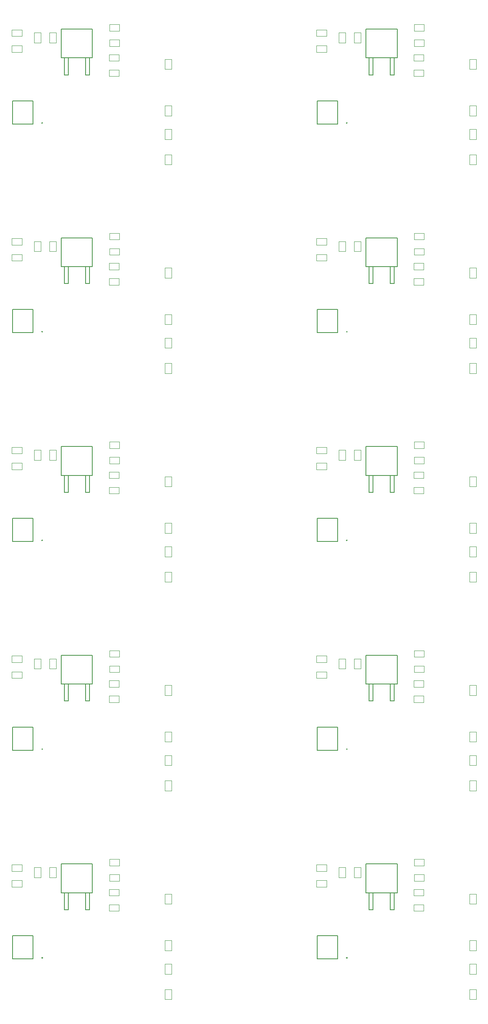
<source format=gbr>
%TF.GenerationSoftware,Altium Limited,Altium Designer,23.9.2 (47)*%
G04 Layer_Color=16711935*
%FSLAX45Y45*%
%MOMM*%
%TF.SameCoordinates,AD479AB8-1AF9-481E-9C01-A3E3F564F201*%
%TF.FilePolarity,Positive*%
%TF.FileFunction,Other,Mechanical_13*%
%TF.Part,CustomerPanel*%
G01*
G75*
%TA.AperFunction,NonConductor*%
%ADD48C,0.20000*%
%ADD50C,0.12700*%
%ADD53C,0.15240*%
%ADD54C,0.10000*%
D48*
X9738100Y9780100D02*
G03*
X9738100Y9780100I-10000J0D01*
G01*
X16308701D02*
G03*
X16308701Y9780100I-10000J0D01*
G01*
X9738100Y14280600D02*
G03*
X9738100Y14280600I-10000J0D01*
G01*
X16308701D02*
G03*
X16308701Y14280600I-10000J0D01*
G01*
X9738100Y18781100D02*
G03*
X9738100Y18781100I-10000J0D01*
G01*
X16308701D02*
G03*
X16308701Y18781100I-10000J0D01*
G01*
X9738100Y23281599D02*
G03*
X9738100Y23281599I-10000J0D01*
G01*
X16308701D02*
G03*
X16308701Y23281599I-10000J0D01*
G01*
X9738100Y27782101D02*
G03*
X9738100Y27782101I-10000J0D01*
G01*
X16308701D02*
G03*
X16308701Y27782101I-10000J0D01*
G01*
D50*
X9089100Y9757600D02*
Y10257600D01*
X9529100Y9757600D02*
Y10257600D01*
X9089100D02*
X9529100D01*
X9089100Y9757600D02*
X9529100D01*
X15659700D02*
Y10257600D01*
X16099699Y9757600D02*
Y10257600D01*
X15659700D02*
X16099699D01*
X15659700Y9757600D02*
X16099699D01*
X9089100Y14258099D02*
Y14758099D01*
X9529100Y14258099D02*
Y14758099D01*
X9089100D02*
X9529100D01*
X9089100Y14258099D02*
X9529100D01*
X15659700D02*
Y14758099D01*
X16099699Y14258099D02*
Y14758099D01*
X15659700D02*
X16099699D01*
X15659700Y14258099D02*
X16099699D01*
X9089100Y18758600D02*
Y19258600D01*
X9529100Y18758600D02*
Y19258600D01*
X9089100D02*
X9529100D01*
X9089100Y18758600D02*
X9529100D01*
X15659700D02*
Y19258600D01*
X16099699Y18758600D02*
Y19258600D01*
X15659700D02*
X16099699D01*
X15659700Y18758600D02*
X16099699D01*
X9089100Y23259100D02*
Y23759100D01*
X9529100Y23259100D02*
Y23759100D01*
X9089100D02*
X9529100D01*
X9089100Y23259100D02*
X9529100D01*
X15659700D02*
Y23759100D01*
X16099699Y23259100D02*
Y23759100D01*
X15659700D02*
X16099699D01*
X15659700Y23259100D02*
X16099699D01*
X9089100Y27759601D02*
Y28259601D01*
X9529100Y27759601D02*
Y28259601D01*
X9089100D02*
X9529100D01*
X9089100Y27759601D02*
X9529100D01*
X15659700D02*
Y28259601D01*
X16099699Y27759601D02*
Y28259601D01*
X15659700D02*
X16099699D01*
X15659700Y27759601D02*
X16099699D01*
D53*
X10142220Y11183620D02*
Y11803380D01*
X10812780D01*
Y11183620D02*
Y11803380D01*
X10142220Y11183620D02*
X10812780D01*
X10746740Y10817860D02*
Y11183620D01*
X10662920Y10817860D02*
X10746740D01*
X10662920D02*
Y11183620D01*
X10746740D01*
X10292080Y10817860D02*
Y11183620D01*
X10208260Y10817860D02*
X10292080D01*
X10208260D02*
Y11183620D01*
X10292080D01*
X16712820D02*
Y11803380D01*
X17383380D01*
Y11183620D02*
Y11803380D01*
X16712820Y11183620D02*
X17383380D01*
X17317340Y10817860D02*
Y11183620D01*
X17233521Y10817860D02*
X17317340D01*
X17233521D02*
Y11183620D01*
X17317340D01*
X16862680Y10817860D02*
Y11183620D01*
X16778860Y10817860D02*
X16862680D01*
X16778860D02*
Y11183620D01*
X16862680D01*
X10142220Y15684120D02*
Y16303880D01*
X10812780D01*
Y15684120D02*
Y16303880D01*
X10142220Y15684120D02*
X10812780D01*
X10746740Y15318359D02*
Y15684120D01*
X10662920Y15318359D02*
X10746740D01*
X10662920D02*
Y15684120D01*
X10746740D01*
X10292080Y15318359D02*
Y15684120D01*
X10208260Y15318359D02*
X10292080D01*
X10208260D02*
Y15684120D01*
X10292080D01*
X16712820D02*
Y16303880D01*
X17383380D01*
Y15684120D02*
Y16303880D01*
X16712820Y15684120D02*
X17383380D01*
X17317340Y15318359D02*
Y15684120D01*
X17233521Y15318359D02*
X17317340D01*
X17233521D02*
Y15684120D01*
X17317340D01*
X16862680Y15318359D02*
Y15684120D01*
X16778860Y15318359D02*
X16862680D01*
X16778860D02*
Y15684120D01*
X16862680D01*
X10142220Y20184621D02*
Y20804379D01*
X10812780D01*
Y20184621D02*
Y20804379D01*
X10142220Y20184621D02*
X10812780D01*
X10746740Y19818860D02*
Y20184621D01*
X10662920Y19818860D02*
X10746740D01*
X10662920D02*
Y20184621D01*
X10746740D01*
X10292080Y19818860D02*
Y20184621D01*
X10208260Y19818860D02*
X10292080D01*
X10208260D02*
Y20184621D01*
X10292080D01*
X16712820D02*
Y20804379D01*
X17383380D01*
Y20184621D02*
Y20804379D01*
X16712820Y20184621D02*
X17383380D01*
X17317340Y19818860D02*
Y20184621D01*
X17233521Y19818860D02*
X17317340D01*
X17233521D02*
Y20184621D01*
X17317340D01*
X16862680Y19818860D02*
Y20184621D01*
X16778860Y19818860D02*
X16862680D01*
X16778860D02*
Y20184621D01*
X16862680D01*
X10142220Y24685120D02*
Y25304880D01*
X10812780D01*
Y24685120D02*
Y25304880D01*
X10142220Y24685120D02*
X10812780D01*
X10746740Y24319360D02*
Y24685120D01*
X10662920Y24319360D02*
X10746740D01*
X10662920D02*
Y24685120D01*
X10746740D01*
X10292080Y24319360D02*
Y24685120D01*
X10208260Y24319360D02*
X10292080D01*
X10208260D02*
Y24685120D01*
X10292080D01*
X16712820D02*
Y25304880D01*
X17383380D01*
Y24685120D02*
Y25304880D01*
X16712820Y24685120D02*
X17383380D01*
X17317340Y24319360D02*
Y24685120D01*
X17233521Y24319360D02*
X17317340D01*
X17233521D02*
Y24685120D01*
X17317340D01*
X16862680Y24319360D02*
Y24685120D01*
X16778860Y24319360D02*
X16862680D01*
X16778860D02*
Y24685120D01*
X16862680D01*
X10142220Y29185620D02*
Y29805380D01*
X10812780D01*
Y29185620D02*
Y29805380D01*
X10142220Y29185620D02*
X10812780D01*
X10746740Y28819861D02*
Y29185620D01*
X10662920Y28819861D02*
X10746740D01*
X10662920D02*
Y29185620D01*
X10746740D01*
X10292080Y28819861D02*
Y29185620D01*
X10208260Y28819861D02*
X10292080D01*
X10208260D02*
Y29185620D01*
X10292080D01*
X16712820D02*
Y29805380D01*
X17383380D01*
Y29185620D02*
Y29805380D01*
X16712820Y29185620D02*
X17383380D01*
X17317340Y28819861D02*
Y29185620D01*
X17233521Y28819861D02*
X17317340D01*
X17233521D02*
Y29185620D01*
X17317340D01*
X16862680Y28819861D02*
Y29185620D01*
X16778860Y28819861D02*
X16862680D01*
X16778860D02*
Y29185620D01*
X16862680D01*
D54*
X10026800Y11513000D02*
Y11728000D01*
X9886800Y11513000D02*
Y11728000D01*
X10026800D01*
X9886800Y11513000D02*
X10026800D01*
X9696600D02*
Y11728000D01*
X9556600Y11513000D02*
Y11728000D01*
X9696600D01*
X9556600Y11513000D02*
X9696600D01*
X9074600Y11790500D02*
X9289600D01*
X9074600Y11650500D02*
X9289600D01*
X9074600D02*
Y11790500D01*
X9289600Y11650500D02*
Y11790500D01*
X9074600Y11449200D02*
X9289600D01*
X9074600Y11309200D02*
X9289600D01*
X9074600D02*
Y11449200D01*
X9289600Y11309200D02*
Y11449200D01*
X12376000Y8884100D02*
Y9099100D01*
X12516000Y8884100D02*
Y9099100D01*
X12376000Y8884100D02*
X12516000D01*
X12376000Y9099100D02*
X12516000D01*
X12516000Y9938200D02*
Y10153200D01*
X12376000Y9938200D02*
Y10153200D01*
X12516000D01*
X12376000Y9938200D02*
X12516000D01*
X12376000Y10941500D02*
Y11156500D01*
X12516000Y10941500D02*
Y11156500D01*
X12376000Y10941500D02*
X12516000D01*
X12376000Y11156500D02*
X12516000D01*
X11171700Y10928500D02*
X11386700D01*
X11171700Y10788500D02*
X11386700D01*
X11171700D02*
Y10928500D01*
X11386700Y10788500D02*
Y10928500D01*
Y11118700D02*
Y11258700D01*
X11171700Y11118700D02*
Y11258700D01*
Y11118700D02*
X11386700D01*
X11171700Y11258700D02*
X11386700D01*
X11181200Y11436200D02*
Y11576200D01*
X11396200Y11436200D02*
Y11576200D01*
X11181200D02*
X11396200D01*
X11181200Y11436200D02*
X11396200D01*
X11181200Y11766400D02*
Y11906400D01*
X11396200Y11766400D02*
Y11906400D01*
X11181200D02*
X11396200D01*
X11181200Y11766400D02*
X11396200D01*
X12376000Y9430200D02*
Y9645200D01*
X12516000Y9430200D02*
Y9645200D01*
X12376000D02*
X12516000D01*
X12376000Y9430200D02*
X12516000D01*
X16597400Y11513000D02*
Y11728000D01*
X16457401Y11513000D02*
Y11728000D01*
X16597400D01*
X16457401Y11513000D02*
X16597400D01*
X16267200D02*
Y11728000D01*
X16127200Y11513000D02*
Y11728000D01*
X16267200D01*
X16127200Y11513000D02*
X16267200D01*
X15645200Y11790500D02*
X15860201D01*
X15645200Y11650500D02*
X15860201D01*
X15645200D02*
Y11790500D01*
X15860201Y11650500D02*
Y11790500D01*
X15645200Y11449200D02*
X15860201D01*
X15645200Y11309200D02*
X15860201D01*
X15645200D02*
Y11449200D01*
X15860201Y11309200D02*
Y11449200D01*
X18946600Y8884100D02*
Y9099100D01*
X19086600Y8884100D02*
Y9099100D01*
X18946600Y8884100D02*
X19086600D01*
X18946600Y9099100D02*
X19086600D01*
X19086600Y9938200D02*
Y10153200D01*
X18946600Y9938200D02*
Y10153200D01*
X19086600D01*
X18946600Y9938200D02*
X19086600D01*
X18946600Y10941500D02*
Y11156500D01*
X19086600Y10941500D02*
Y11156500D01*
X18946600Y10941500D02*
X19086600D01*
X18946600Y11156500D02*
X19086600D01*
X17742300Y10928500D02*
X17957300D01*
X17742300Y10788500D02*
X17957300D01*
X17742300D02*
Y10928500D01*
X17957300Y10788500D02*
Y10928500D01*
Y11118700D02*
Y11258700D01*
X17742300Y11118700D02*
Y11258700D01*
Y11118700D02*
X17957300D01*
X17742300Y11258700D02*
X17957300D01*
X17751801Y11436200D02*
Y11576200D01*
X17966800Y11436200D02*
Y11576200D01*
X17751801D02*
X17966800D01*
X17751801Y11436200D02*
X17966800D01*
X17751801Y11766400D02*
Y11906400D01*
X17966800Y11766400D02*
Y11906400D01*
X17751801D02*
X17966800D01*
X17751801Y11766400D02*
X17966800D01*
X18946600Y9430200D02*
Y9645200D01*
X19086600Y9430200D02*
Y9645200D01*
X18946600D02*
X19086600D01*
X18946600Y9430200D02*
X19086600D01*
X10026800Y16013499D02*
Y16228500D01*
X9886800Y16013499D02*
Y16228500D01*
X10026800D01*
X9886800Y16013499D02*
X10026800D01*
X9696600D02*
Y16228500D01*
X9556600Y16013499D02*
Y16228500D01*
X9696600D01*
X9556600Y16013499D02*
X9696600D01*
X9074600Y16291000D02*
X9289600D01*
X9074600Y16150999D02*
X9289600D01*
X9074600D02*
Y16291000D01*
X9289600Y16150999D02*
Y16291000D01*
X9074600Y15949699D02*
X9289600D01*
X9074600Y15809700D02*
X9289600D01*
X9074600D02*
Y15949699D01*
X9289600Y15809700D02*
Y15949699D01*
X12376000Y13384599D02*
Y13599600D01*
X12516000Y13384599D02*
Y13599600D01*
X12376000Y13384599D02*
X12516000D01*
X12376000Y13599600D02*
X12516000D01*
X12516000Y14438699D02*
Y14653700D01*
X12376000Y14438699D02*
Y14653700D01*
X12516000D01*
X12376000Y14438699D02*
X12516000D01*
X12376000Y15442000D02*
Y15657001D01*
X12516000Y15442000D02*
Y15657001D01*
X12376000Y15442000D02*
X12516000D01*
X12376000Y15657001D02*
X12516000D01*
X11171700Y15428999D02*
X11386700D01*
X11171700Y15289000D02*
X11386700D01*
X11171700D02*
Y15428999D01*
X11386700Y15289000D02*
Y15428999D01*
Y15619200D02*
Y15759200D01*
X11171700Y15619200D02*
Y15759200D01*
Y15619200D02*
X11386700D01*
X11171700Y15759200D02*
X11386700D01*
X11181200Y15936700D02*
Y16076700D01*
X11396200Y15936700D02*
Y16076700D01*
X11181200D02*
X11396200D01*
X11181200Y15936700D02*
X11396200D01*
X11181200Y16266901D02*
Y16406900D01*
X11396200Y16266901D02*
Y16406900D01*
X11181200D02*
X11396200D01*
X11181200Y16266901D02*
X11396200D01*
X12376000Y13930701D02*
Y14145700D01*
X12516000Y13930701D02*
Y14145700D01*
X12376000D02*
X12516000D01*
X12376000Y13930701D02*
X12516000D01*
X16597400Y16013499D02*
Y16228500D01*
X16457401Y16013499D02*
Y16228500D01*
X16597400D01*
X16457401Y16013499D02*
X16597400D01*
X16267200D02*
Y16228500D01*
X16127200Y16013499D02*
Y16228500D01*
X16267200D01*
X16127200Y16013499D02*
X16267200D01*
X15645200Y16291000D02*
X15860201D01*
X15645200Y16150999D02*
X15860201D01*
X15645200D02*
Y16291000D01*
X15860201Y16150999D02*
Y16291000D01*
X15645200Y15949699D02*
X15860201D01*
X15645200Y15809700D02*
X15860201D01*
X15645200D02*
Y15949699D01*
X15860201Y15809700D02*
Y15949699D01*
X18946600Y13384599D02*
Y13599600D01*
X19086600Y13384599D02*
Y13599600D01*
X18946600Y13384599D02*
X19086600D01*
X18946600Y13599600D02*
X19086600D01*
X19086600Y14438699D02*
Y14653700D01*
X18946600Y14438699D02*
Y14653700D01*
X19086600D01*
X18946600Y14438699D02*
X19086600D01*
X18946600Y15442000D02*
Y15657001D01*
X19086600Y15442000D02*
Y15657001D01*
X18946600Y15442000D02*
X19086600D01*
X18946600Y15657001D02*
X19086600D01*
X17742300Y15428999D02*
X17957300D01*
X17742300Y15289000D02*
X17957300D01*
X17742300D02*
Y15428999D01*
X17957300Y15289000D02*
Y15428999D01*
Y15619200D02*
Y15759200D01*
X17742300Y15619200D02*
Y15759200D01*
Y15619200D02*
X17957300D01*
X17742300Y15759200D02*
X17957300D01*
X17751801Y15936700D02*
Y16076700D01*
X17966800Y15936700D02*
Y16076700D01*
X17751801D02*
X17966800D01*
X17751801Y15936700D02*
X17966800D01*
X17751801Y16266901D02*
Y16406900D01*
X17966800Y16266901D02*
Y16406900D01*
X17751801D02*
X17966800D01*
X17751801Y16266901D02*
X17966800D01*
X18946600Y13930701D02*
Y14145700D01*
X19086600Y13930701D02*
Y14145700D01*
X18946600D02*
X19086600D01*
X18946600Y13930701D02*
X19086600D01*
X10026800Y20514000D02*
Y20728999D01*
X9886800Y20514000D02*
Y20728999D01*
X10026800D01*
X9886800Y20514000D02*
X10026800D01*
X9696600D02*
Y20728999D01*
X9556600Y20514000D02*
Y20728999D01*
X9696600D01*
X9556600Y20514000D02*
X9696600D01*
X9074600Y20791499D02*
X9289600D01*
X9074600Y20651500D02*
X9289600D01*
X9074600D02*
Y20791499D01*
X9289600Y20651500D02*
Y20791499D01*
X9074600Y20450200D02*
X9289600D01*
X9074600Y20310201D02*
X9289600D01*
X9074600D02*
Y20450200D01*
X9289600Y20310201D02*
Y20450200D01*
X12376000Y17885100D02*
Y18100101D01*
X12516000Y17885100D02*
Y18100101D01*
X12376000Y17885100D02*
X12516000D01*
X12376000Y18100101D02*
X12516000D01*
X12516000Y18939200D02*
Y19154201D01*
X12376000Y18939200D02*
Y19154201D01*
X12516000D01*
X12376000Y18939200D02*
X12516000D01*
X12376000Y19942500D02*
Y20157500D01*
X12516000Y19942500D02*
Y20157500D01*
X12376000Y19942500D02*
X12516000D01*
X12376000Y20157500D02*
X12516000D01*
X11171700Y19929500D02*
X11386700D01*
X11171700Y19789500D02*
X11386700D01*
X11171700D02*
Y19929500D01*
X11386700Y19789500D02*
Y19929500D01*
Y20119701D02*
Y20259700D01*
X11171700Y20119701D02*
Y20259700D01*
Y20119701D02*
X11386700D01*
X11171700Y20259700D02*
X11386700D01*
X11181200Y20437199D02*
Y20577200D01*
X11396200Y20437199D02*
Y20577200D01*
X11181200D02*
X11396200D01*
X11181200Y20437199D02*
X11396200D01*
X11181200Y20767400D02*
Y20907401D01*
X11396200Y20767400D02*
Y20907401D01*
X11181200D02*
X11396200D01*
X11181200Y20767400D02*
X11396200D01*
X12376000Y18431200D02*
Y18646201D01*
X12516000Y18431200D02*
Y18646201D01*
X12376000D02*
X12516000D01*
X12376000Y18431200D02*
X12516000D01*
X16597400Y20514000D02*
Y20728999D01*
X16457401Y20514000D02*
Y20728999D01*
X16597400D01*
X16457401Y20514000D02*
X16597400D01*
X16267200D02*
Y20728999D01*
X16127200Y20514000D02*
Y20728999D01*
X16267200D01*
X16127200Y20514000D02*
X16267200D01*
X15645200Y20791499D02*
X15860201D01*
X15645200Y20651500D02*
X15860201D01*
X15645200D02*
Y20791499D01*
X15860201Y20651500D02*
Y20791499D01*
X15645200Y20450200D02*
X15860201D01*
X15645200Y20310201D02*
X15860201D01*
X15645200D02*
Y20450200D01*
X15860201Y20310201D02*
Y20450200D01*
X18946600Y17885100D02*
Y18100101D01*
X19086600Y17885100D02*
Y18100101D01*
X18946600Y17885100D02*
X19086600D01*
X18946600Y18100101D02*
X19086600D01*
X19086600Y18939200D02*
Y19154201D01*
X18946600Y18939200D02*
Y19154201D01*
X19086600D01*
X18946600Y18939200D02*
X19086600D01*
X18946600Y19942500D02*
Y20157500D01*
X19086600Y19942500D02*
Y20157500D01*
X18946600Y19942500D02*
X19086600D01*
X18946600Y20157500D02*
X19086600D01*
X17742300Y19929500D02*
X17957300D01*
X17742300Y19789500D02*
X17957300D01*
X17742300D02*
Y19929500D01*
X17957300Y19789500D02*
Y19929500D01*
Y20119701D02*
Y20259700D01*
X17742300Y20119701D02*
Y20259700D01*
Y20119701D02*
X17957300D01*
X17742300Y20259700D02*
X17957300D01*
X17751801Y20437199D02*
Y20577200D01*
X17966800Y20437199D02*
Y20577200D01*
X17751801D02*
X17966800D01*
X17751801Y20437199D02*
X17966800D01*
X17751801Y20767400D02*
Y20907401D01*
X17966800Y20767400D02*
Y20907401D01*
X17751801D02*
X17966800D01*
X17751801Y20767400D02*
X17966800D01*
X18946600Y18431200D02*
Y18646201D01*
X19086600Y18431200D02*
Y18646201D01*
X18946600D02*
X19086600D01*
X18946600Y18431200D02*
X19086600D01*
X10026800Y25014500D02*
Y25229500D01*
X9886800Y25014500D02*
Y25229500D01*
X10026800D01*
X9886800Y25014500D02*
X10026800D01*
X9696600D02*
Y25229500D01*
X9556600Y25014500D02*
Y25229500D01*
X9696600D01*
X9556600Y25014500D02*
X9696600D01*
X9074600Y25292000D02*
X9289600D01*
X9074600Y25152000D02*
X9289600D01*
X9074600D02*
Y25292000D01*
X9289600Y25152000D02*
Y25292000D01*
X9074600Y24950700D02*
X9289600D01*
X9074600Y24810699D02*
X9289600D01*
X9074600D02*
Y24950700D01*
X9289600Y24810699D02*
Y24950700D01*
X12376000Y22385600D02*
Y22600600D01*
X12516000Y22385600D02*
Y22600600D01*
X12376000Y22385600D02*
X12516000D01*
X12376000Y22600600D02*
X12516000D01*
X12516000Y23439700D02*
Y23654700D01*
X12376000Y23439700D02*
Y23654700D01*
X12516000D01*
X12376000Y23439700D02*
X12516000D01*
X12376000Y24442999D02*
Y24658000D01*
X12516000Y24442999D02*
Y24658000D01*
X12376000Y24442999D02*
X12516000D01*
X12376000Y24658000D02*
X12516000D01*
X11171700Y24430000D02*
X11386700D01*
X11171700Y24289999D02*
X11386700D01*
X11171700D02*
Y24430000D01*
X11386700Y24289999D02*
Y24430000D01*
Y24620200D02*
Y24760201D01*
X11171700Y24620200D02*
Y24760201D01*
Y24620200D02*
X11386700D01*
X11171700Y24760201D02*
X11386700D01*
X11181200Y24937700D02*
Y25077699D01*
X11396200Y24937700D02*
Y25077699D01*
X11181200D02*
X11396200D01*
X11181200Y24937700D02*
X11396200D01*
X11181200Y25267900D02*
Y25407899D01*
X11396200Y25267900D02*
Y25407899D01*
X11181200D02*
X11396200D01*
X11181200Y25267900D02*
X11396200D01*
X12376000Y22931700D02*
Y23146700D01*
X12516000Y22931700D02*
Y23146700D01*
X12376000D02*
X12516000D01*
X12376000Y22931700D02*
X12516000D01*
X16597400Y25014500D02*
Y25229500D01*
X16457401Y25014500D02*
Y25229500D01*
X16597400D01*
X16457401Y25014500D02*
X16597400D01*
X16267200D02*
Y25229500D01*
X16127200Y25014500D02*
Y25229500D01*
X16267200D01*
X16127200Y25014500D02*
X16267200D01*
X15645200Y25292000D02*
X15860201D01*
X15645200Y25152000D02*
X15860201D01*
X15645200D02*
Y25292000D01*
X15860201Y25152000D02*
Y25292000D01*
X15645200Y24950700D02*
X15860201D01*
X15645200Y24810699D02*
X15860201D01*
X15645200D02*
Y24950700D01*
X15860201Y24810699D02*
Y24950700D01*
X18946600Y22385600D02*
Y22600600D01*
X19086600Y22385600D02*
Y22600600D01*
X18946600Y22385600D02*
X19086600D01*
X18946600Y22600600D02*
X19086600D01*
X19086600Y23439700D02*
Y23654700D01*
X18946600Y23439700D02*
Y23654700D01*
X19086600D01*
X18946600Y23439700D02*
X19086600D01*
X18946600Y24442999D02*
Y24658000D01*
X19086600Y24442999D02*
Y24658000D01*
X18946600Y24442999D02*
X19086600D01*
X18946600Y24658000D02*
X19086600D01*
X17742300Y24430000D02*
X17957300D01*
X17742300Y24289999D02*
X17957300D01*
X17742300D02*
Y24430000D01*
X17957300Y24289999D02*
Y24430000D01*
Y24620200D02*
Y24760201D01*
X17742300Y24620200D02*
Y24760201D01*
Y24620200D02*
X17957300D01*
X17742300Y24760201D02*
X17957300D01*
X17751801Y24937700D02*
Y25077699D01*
X17966800Y24937700D02*
Y25077699D01*
X17751801D02*
X17966800D01*
X17751801Y24937700D02*
X17966800D01*
X17751801Y25267900D02*
Y25407899D01*
X17966800Y25267900D02*
Y25407899D01*
X17751801D02*
X17966800D01*
X17751801Y25267900D02*
X17966800D01*
X18946600Y22931700D02*
Y23146700D01*
X19086600Y22931700D02*
Y23146700D01*
X18946600D02*
X19086600D01*
X18946600Y22931700D02*
X19086600D01*
X10026800Y29514999D02*
Y29729999D01*
X9886800Y29514999D02*
Y29729999D01*
X10026800D01*
X9886800Y29514999D02*
X10026800D01*
X9696600D02*
Y29729999D01*
X9556600Y29514999D02*
Y29729999D01*
X9696600D01*
X9556600Y29514999D02*
X9696600D01*
X9074600Y29792499D02*
X9289600D01*
X9074600Y29652499D02*
X9289600D01*
X9074600D02*
Y29792499D01*
X9289600Y29652499D02*
Y29792499D01*
X9074600Y29451199D02*
X9289600D01*
X9074600Y29311200D02*
X9289600D01*
X9074600D02*
Y29451199D01*
X9289600Y29311200D02*
Y29451199D01*
X12376000Y26886099D02*
Y27101099D01*
X12516000Y26886099D02*
Y27101099D01*
X12376000Y26886099D02*
X12516000D01*
X12376000Y27101099D02*
X12516000D01*
X12516000Y27940201D02*
Y28155200D01*
X12376000Y27940201D02*
Y28155200D01*
X12516000D01*
X12376000Y27940201D02*
X12516000D01*
X12376000Y28943500D02*
Y29158499D01*
X12516000Y28943500D02*
Y29158499D01*
X12376000Y28943500D02*
X12516000D01*
X12376000Y29158499D02*
X12516000D01*
X11171700Y28930499D02*
X11386700D01*
X11171700Y28790500D02*
X11386700D01*
X11171700D02*
Y28930499D01*
X11386700Y28790500D02*
Y28930499D01*
Y29120700D02*
Y29260699D01*
X11171700Y29120700D02*
Y29260699D01*
Y29120700D02*
X11386700D01*
X11171700Y29260699D02*
X11386700D01*
X11181200Y29438199D02*
Y29578201D01*
X11396200Y29438199D02*
Y29578201D01*
X11181200D02*
X11396200D01*
X11181200Y29438199D02*
X11396200D01*
X11181200Y29768399D02*
Y29908401D01*
X11396200Y29768399D02*
Y29908401D01*
X11181200D02*
X11396200D01*
X11181200Y29768399D02*
X11396200D01*
X12376000Y27432199D02*
Y27647198D01*
X12516000Y27432199D02*
Y27647198D01*
X12376000D02*
X12516000D01*
X12376000Y27432199D02*
X12516000D01*
X16597400Y29514999D02*
Y29729999D01*
X16457401Y29514999D02*
Y29729999D01*
X16597400D01*
X16457401Y29514999D02*
X16597400D01*
X16267200D02*
Y29729999D01*
X16127200Y29514999D02*
Y29729999D01*
X16267200D01*
X16127200Y29514999D02*
X16267200D01*
X15645200Y29792499D02*
X15860201D01*
X15645200Y29652499D02*
X15860201D01*
X15645200D02*
Y29792499D01*
X15860201Y29652499D02*
Y29792499D01*
X15645200Y29451199D02*
X15860201D01*
X15645200Y29311200D02*
X15860201D01*
X15645200D02*
Y29451199D01*
X15860201Y29311200D02*
Y29451199D01*
X18946600Y26886099D02*
Y27101099D01*
X19086600Y26886099D02*
Y27101099D01*
X18946600Y26886099D02*
X19086600D01*
X18946600Y27101099D02*
X19086600D01*
X19086600Y27940201D02*
Y28155200D01*
X18946600Y27940201D02*
Y28155200D01*
X19086600D01*
X18946600Y27940201D02*
X19086600D01*
X18946600Y28943500D02*
Y29158499D01*
X19086600Y28943500D02*
Y29158499D01*
X18946600Y28943500D02*
X19086600D01*
X18946600Y29158499D02*
X19086600D01*
X17742300Y28930499D02*
X17957300D01*
X17742300Y28790500D02*
X17957300D01*
X17742300D02*
Y28930499D01*
X17957300Y28790500D02*
Y28930499D01*
Y29120700D02*
Y29260699D01*
X17742300Y29120700D02*
Y29260699D01*
Y29120700D02*
X17957300D01*
X17742300Y29260699D02*
X17957300D01*
X17751801Y29438199D02*
Y29578201D01*
X17966800Y29438199D02*
Y29578201D01*
X17751801D02*
X17966800D01*
X17751801Y29438199D02*
X17966800D01*
X17751801Y29768399D02*
Y29908401D01*
X17966800Y29768399D02*
Y29908401D01*
X17751801D02*
X17966800D01*
X17751801Y29768399D02*
X17966800D01*
X18946600Y27432199D02*
Y27647198D01*
X19086600Y27432199D02*
Y27647198D01*
X18946600D02*
X19086600D01*
X18946600Y27432199D02*
X19086600D01*
%TF.MD5,14225730b76e95456f9917484704f317*%
M02*

</source>
